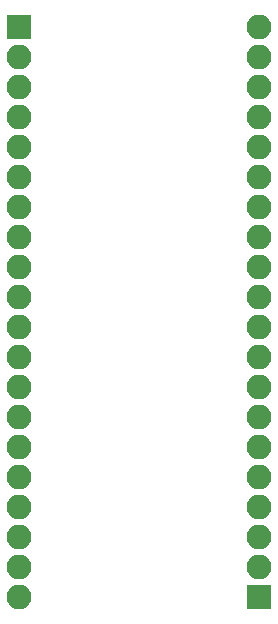
<source format=gbs>
G04 #@! TF.FileFunction,Soldermask,Bot*
%FSLAX46Y46*%
G04 Gerber Fmt 4.6, Leading zero omitted, Abs format (unit mm)*
G04 Created by KiCad (PCBNEW 4.0.7) date *
%MOMM*%
%LPD*%
G01*
G04 APERTURE LIST*
%ADD10C,0.100000*%
%ADD11R,2.100000X2.100000*%
%ADD12O,2.100000X2.100000*%
G04 APERTURE END LIST*
D10*
D11*
X127000000Y-91440000D03*
D12*
X127000000Y-93980000D03*
X127000000Y-96520000D03*
X127000000Y-99060000D03*
X127000000Y-101600000D03*
X127000000Y-104140000D03*
X127000000Y-106680000D03*
X127000000Y-109220000D03*
X127000000Y-111760000D03*
X127000000Y-114300000D03*
X127000000Y-116840000D03*
X127000000Y-119380000D03*
X127000000Y-121920000D03*
X127000000Y-124460000D03*
X127000000Y-127000000D03*
X127000000Y-129540000D03*
X127000000Y-132080000D03*
X127000000Y-134620000D03*
X127000000Y-137160000D03*
X127000000Y-139700000D03*
D11*
X147320000Y-139700000D03*
D12*
X147320000Y-137160000D03*
X147320000Y-134620000D03*
X147320000Y-132080000D03*
X147320000Y-129540000D03*
X147320000Y-127000000D03*
X147320000Y-124460000D03*
X147320000Y-121920000D03*
X147320000Y-119380000D03*
X147320000Y-116840000D03*
X147320000Y-114300000D03*
X147320000Y-111760000D03*
X147320000Y-109220000D03*
X147320000Y-106680000D03*
X147320000Y-104140000D03*
X147320000Y-101600000D03*
X147320000Y-99060000D03*
X147320000Y-96520000D03*
X147320000Y-93980000D03*
X147320000Y-91440000D03*
M02*

</source>
